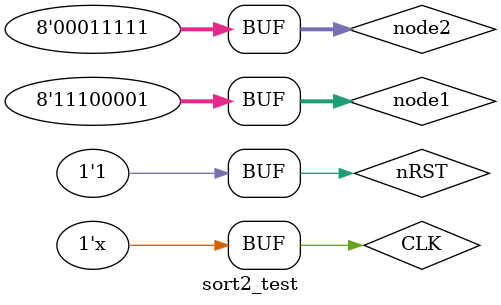
<source format=v>
`timescale 1ns / 1ps


module sort2_test;

	// Inputs
	reg CLK;
	reg nRST;
	reg [7:0] node1;
	reg [7:0] node2;

	// Outputs
	wire [7:0] new1;
	wire [7:0] new2;

	// Instantiate the Unit Under Test (UUT)
	sort2 uut (
		.CLK(CLK), 
		.nRST(nRST), 
		.node1(node1), 
		.node2(node2), 
		.new1(new1), 
		.new2(new2)
	);

	initial begin
		// Initialize Inputs
		CLK = 0;
		nRST = 0;
		node1 = 8'b1110_0001;
		node2 = 8'b0001_1111;

		// Wait 100 ns for global reset to finish
		#100;
        nRST = 1;
		// Add stimulus here
	end
	parameter DELAY = 1;
	always
		#DELAY CLK = ~CLK;
      
endmodule


</source>
